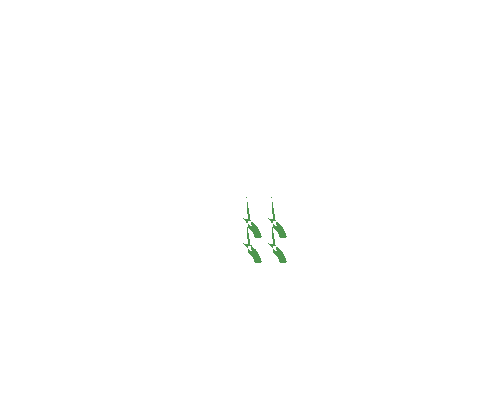
<source format=gbr>
%TF.GenerationSoftware,KiCad,Pcbnew,8.0.8*%
%TF.CreationDate,2025-02-20T21:47:34+11:00*%
%TF.ProjectId,Hotglue Switch,486f7467-6c75-4652-9053-77697463682e,rev?*%
%TF.SameCoordinates,Original*%
%TF.FileFunction,Paste,Bot*%
%TF.FilePolarity,Positive*%
%FSLAX46Y46*%
G04 Gerber Fmt 4.6, Leading zero omitted, Abs format (unit mm)*
G04 Created by KiCad (PCBNEW 8.0.8) date 2025-02-20 21:47:34*
%MOMM*%
%LPD*%
G01*
G04 APERTURE LIST*
G04 Aperture macros list*
%AMFreePoly0*
4,1,71,-0.722917,0.807867,-0.515122,0.759336,-0.294958,0.678218,-0.086471,0.570583,0.107160,0.438071,0.282982,0.282703,0.438313,0.106849,0.570784,-0.086809,0.678377,-0.295318,0.759449,-0.515499,0.811919,-0.740370,0.812243,-0.741151,0.812243,-0.741755,0.812765,-0.743993,0.812243,-0.749509,0.812243,-0.780169,0.808483,-0.789245,0.807889,-0.795527,0.803077,-0.802295,0.797311,-0.816217,
0.783030,-0.830497,0.777898,-0.837718,0.774047,-0.839480,0.769721,-0.843807,0.733673,-0.858739,0.731505,-0.858952,0.730831,-0.859261,0.729576,-0.859142,0.714164,-0.860660,0.306819,-0.860660,0.287310,-0.858739,0.281120,-0.856175,0.276538,-0.855965,0.269067,-0.851182,0.251262,-0.843807,0.240081,-0.832626,0.232942,-0.828056,0.230183,-0.822728,0.223672,-0.816217,0.211108,-0.785887,
0.209142,-0.782089,0.209141,-0.782089,0.186374,-0.678671,0.108108,-0.481875,-0.000978,-0.300341,-0.122076,-0.157628,-0.124698,-0.156366,-0.140042,-0.137124,-0.299366,-0.001679,-0.480799,0.107575,-0.677523,0.186022,-0.780920,0.208884,-0.780920,0.208885,-0.785239,0.211126,-0.814703,0.223225,-0.821422,0.229903,-0.826865,0.232728,-0.831389,0.239809,-0.842377,0.250730,-0.849958,0.268873,
-0.854734,0.276349,-0.854933,0.280780,-0.857420,0.286732,-0.859401,0.306235,-0.860660,0.717034,-0.858798,0.736548,-0.843977,0.772642,-0.816472,0.800316,-0.780469,0.815359,-0.741452,0.815478,-0.722917,0.807867,-0.722917,0.807867,$1*%
G04 Aperture macros list end*
%ADD10FreePoly0,270.000000*%
%ADD11FreePoly0,0.000000*%
%ADD12FreePoly0,180.000000*%
%ADD13FreePoly0,90.000000*%
G04 APERTURE END LIST*
D10*
%TO.C,H4*%
X81705660Y-51860660D03*
D11*
X81705660Y-49739340D03*
D12*
X79584340Y-51860660D03*
D13*
X79584340Y-49739340D03*
%TD*%
M02*

</source>
